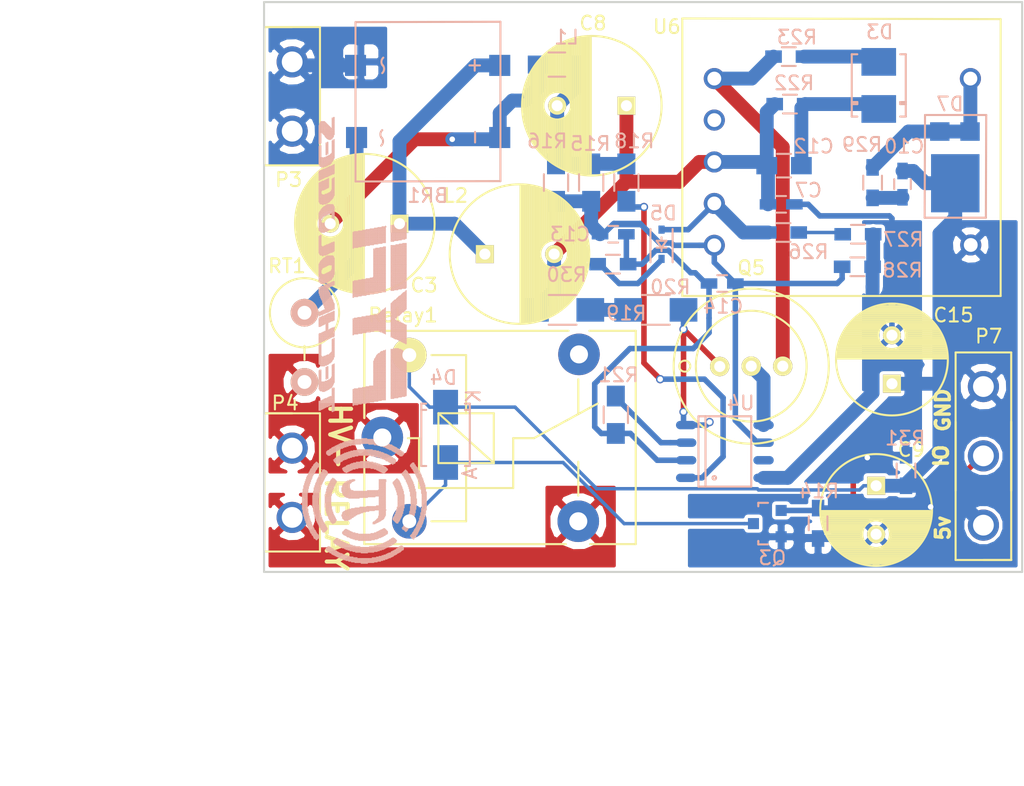
<source format=kicad_pcb>
(kicad_pcb (version 20160815) (host pcbnew 201610091317+7290~55~ubuntu16.04.1-)
  (title_block (title "Liger v0.2") (date 2016-09-21) (company PYFI))
  (layers (0 F.Cu signal) (31 B.Cu signal) (34 B.Paste user) (35 F.Paste user) (36 B.SilkS user) (37 F.SilkS user) (38 B.Mask user) (39 F.Mask user) (44 Edge.Cuts user))
  (net 0 "")
  (net 1 "Net-(BR1-Pad2)")
  (net 2 "Net-(BR1-Pad3)")
  (net 3 "Net-(BR1-Pad1)")
  (net 4 GND)
  (net 5 +5V)
  (net 6 "Net-(C12-Pad2)")
  (net 7 "Net-(C8-Pad2)")
  (net 8 "Net-(C10-Pad2)")
  (net 9 "Net-(C12-Pad1)")
  (net 10 "Net-(C13-Pad1)")
  (net 11 "Net-(C13-Pad2)")
  (net 12 "Net-(D3-Pad2)")
  (net 13 "Net-(D4-Pad2)")
  (net 14 "Net-(D5-Pad1)")
  (net 15 "Net-(D5-Pad2)")
  (net 16 IO15)
  (net 17 "Net-(Q5-Pad1)")
  (net 18 "Net-(Q5-Pad2)")
  (net 19 "Net-(Q5-Pad3)")
  (net 20 "Net-(R18-Pad2)")
  (net 21 "Net-(R19-Pad2)")
  (net 22 "Net-(R21-Pad1)")
  (net 23 "Net-(R26-Pad2)")
  (net 24 "Net-(R27-Pad2)")
  (net 25 "Net-(Relay1-Pad4)")
  (net 26 "Net-(U6-Pad4)")
  (net 27 "Net-(D7-Pad2)")
  (net 28 HV+)
  (net 29 HV-)
  (net 30 RELAY)
  (module Capacitors_ThroughHole:C_Radial_D8_L11.5_P3.5 (layer F.Cu) (at 133.096 117.602 90)
    (fp_text reference C15 (at 4.953 4.445 180) (layer F.SilkS))
    (fp_text value 560uF)
    (pad 2 thru_hole circle (at 3.5 0 90) (size 1.3 1.3) (drill 0.8) (layers *.Cu *.Mask F.SilkS) (net 4 GND))
    (pad 1 thru_hole rect (at 0 0 90) (size 1.3 1.3) (drill 0.8) (layers *.Cu *.Mask F.SilkS) (net 5 +5V))
  )
  (module Resistors_ThroughHole:Resistor_Vertical_RM5mm (layer F.Cu) (at 90.678 114.9731 270)
    (fp_text reference RT1 (at -5.8801 1.27 180) (layer F.SilkS))
    (fp_text value 5)
    (pad 1 thru_hole circle (at -2.49936 0 270) (size 1.99898 1.99898) (drill 1.00076) (layers *.Cu *.SilkS *.Mask) (net 2 "Net-(BR1-Pad3)"))
    (pad 2 thru_hole circle (at 2.5019 0 270) (size 1.99898 1.99898) (drill 1.00076) (layers *.Cu *.SilkS *.Mask) (net 29 HV-))
  )
  (module footprints:LOGO (layer B.Cu) (at 112.649 143.891 90)
    (fp_text reference LOGO hide)
    (fp_text value "" (at 0 0 90) (layer B.SilkS) (effects (justify mirror)))
  )
  (module footprints:pheonix-connector-01x02-5mm (layer F.Cu) (at 89.789 94.361 270)
    (fp_text reference P3 (at 8.509 0.254) (layer F.SilkS))
    (fp_text value CONN_01X02)
    (pad 1 thru_hole circle (at 0 0 270) (size 2.25 2.25) (drill 1.5) (layers *.Cu *.Mask) (net 28 HV+))
    (pad 2 thru_hole circle (at 5.0038 0 270) (size 2.25 2.25) (drill 1.5) (layers *.Cu *.Mask) (net 28 HV+))
  )
  (module Relays_ThroughHole:Relay_SANYOU_SRD_Series_Form_C (layer F.Cu) (at 96.2972 121.4819)
    (fp_text reference Relay1 (at 1.4928 -8.8329) (layer F.SilkS))
    (fp_text value ORWH-SH-105D1F)
    (pad 2 thru_hole circle (at 1.95 6.05 90) (size 2.5 2.5) (drill 1) (layers *.Cu *.Mask) (net 13 "Net-(D4-Pad2)"))
    (pad 3 thru_hole circle (at 14.15 6.05 90) (size 3 3) (drill 1.3) (layers *.Cu *.Mask) (net 30 RELAY))
    (pad 4 thru_hole circle (at 14.2 -6 90) (size 3 3) (drill 1.3) (layers *.Cu *.Mask) (net 25 "Net-(Relay1-Pad4)"))
    (pad 5 thru_hole circle (at 1.95 -5.95 90) (size 2.5 2.5) (drill 1) (layers *.Cu *.Mask F.SilkS) (net 5 +5V))
    (pad 1 thru_hole circle (at 0 0 90) (size 3 3) (drill 1.3) (layers *.Cu *.Mask) (net 29 HV-))
  )
  (module Capacitors_ThroughHole:C_Radial_D10_L13_P5 (layer F.Cu) (at 103.70184 108.23956)
    (fp_text reference L2 (at -2.10184 -4.22656) (layer F.SilkS))
    (fp_text value 470uH)
    (pad 1 thru_hole rect (at 0 0) (size 1.3 1.3) (drill 0.8) (layers *.Cu *.Mask F.SilkS) (net 3 "Net-(BR1-Pad1)"))
    (pad 2 thru_hole circle (at 5 0) (size 1.3 1.3) (drill 0.8) (layers *.Cu *.Mask F.SilkS) (net 6 "Net-(C12-Pad2)"))
  )
  (module Capacitors_ThroughHole:C_Radial_D10_L13_P5 (layer F.Cu) (at 97.536 106.045 180)
    (fp_text reference C3 (at -1.778 -4.445) (layer F.SilkS))
    (fp_text value 12uF)
    (pad 1 thru_hole rect (at 0 0 180) (size 1.3 1.3) (drill 0.8) (layers *.Cu *.Mask F.SilkS) (net 3 "Net-(BR1-Pad1)"))
    (pad 2 thru_hole circle (at 5 0 180) (size 1.3 1.3) (drill 0.8) (layers *.Cu *.Mask F.SilkS) (net 1 "Net-(BR1-Pad2)"))
  )
  (module Capacitors_SMD:C_0603_HandSoldering (layer B.Cu) (at 125.0975 104.648)
    (fp_text reference C7 (at 1.966 -1.016) (layer B.SilkS) (effects (justify mirror)))
    (fp_text value 100pF)
    (pad 1 smd rect (at -0.95 0) (size 1.2 0.75) (layers B.Cu B.Paste B.Mask) (net 6 "Net-(C12-Pad2)"))
    (pad 2 smd rect (at 0.95 0) (size 1.2 0.75) (layers B.Cu B.Paste B.Mask) (net 4 GND))
  )
  (module Capacitors_ThroughHole:C_Radial_D10_L13_P5 (layer F.Cu) (at 113.92408 97.52584 180)
    (fp_text reference C8 (at 2.41808 5.95884 180) (layer F.SilkS))
    (fp_text value 12uF)
    (pad 1 thru_hole rect (at 0 0 180) (size 1.3 1.3) (drill 0.8) (layers *.Cu *.Mask F.SilkS) (net 6 "Net-(C12-Pad2)"))
    (pad 2 thru_hole circle (at 5 0 180) (size 1.3 1.3) (drill 0.8) (layers *.Cu *.Mask F.SilkS) (net 7 "Net-(C8-Pad2)"))
  )
  (module Capacitors_ThroughHole:C_Radial_D8_L11.5_P3.5 (layer F.Cu) (at 131.953 124.968 270)
    (fp_text reference C9 (at -2.6035 -2.54) (layer F.SilkS))
    (fp_text value 560uF)
    (pad 2 thru_hole circle (at 3.5 0 270) (size 1.3 1.3) (drill 0.8) (layers *.Cu *.Mask F.SilkS) (net 4 GND))
    (pad 1 thru_hole rect (at 0 0 270) (size 1.3 1.3) (drill 0.8) (layers *.Cu *.Mask F.SilkS) (net 5 +5V))
  )
  (module Capacitors_SMD:C_0603_HandSoldering (layer B.Cu) (at 133.858 103.19 270)
    (fp_text reference C10 (at -2.733 -0.127) (layer B.SilkS) (effects (justify mirror)))
    (fp_text value 1000pF)
    (pad 1 smd rect (at -0.95 0 270) (size 1.2 0.75) (layers B.Cu B.Paste B.Mask) (net 5 +5V))
    (pad 2 smd rect (at 0.95 0 270) (size 1.2 0.75) (layers B.Cu B.Paste B.Mask) (net 8 "Net-(C10-Pad2)"))
  )
  (module Capacitors_SMD:C_0805_HandSoldering (layer B.Cu) (at 125.3055 101.854 180)
    (fp_text reference C12 (at -2.139 1.397 180) (layer B.SilkS) (effects (justify mirror)))
    (fp_text value 330pF)
    (pad 1 smd rect (at -1.25 0 180) (size 1.5 1.25) (layers B.Cu B.Paste B.Mask) (net 9 "Net-(C12-Pad1)"))
    (pad 2 smd rect (at 1.25 0 180) (size 1.5 1.25) (layers B.Cu B.Paste B.Mask) (net 6 "Net-(C12-Pad2)"))
  )
  (module Capacitors_SMD:C_0603_HandSoldering (layer B.Cu) (at 112.969 106.807 180)
    (fp_text reference C13 (at 3.114 0) (layer B.SilkS) (effects (justify mirror)))
    (fp_text value 2.2uF)
    (pad 1 smd rect (at -0.95 0 180) (size 1.2 0.75) (layers B.Cu B.Paste B.Mask) (net 10 "Net-(C13-Pad1)"))
    (pad 2 smd rect (at 0.95 0 180) (size 1.2 0.75) (layers B.Cu B.Paste B.Mask) (net 11 "Net-(C13-Pad2)"))
  )
  (module Capacitors_SMD:C_0603_HandSoldering (layer B.Cu) (at 120.838 110.363)
    (fp_text reference C14 (at 0.066 1.651) (layer B.SilkS) (effects (justify mirror)))
    (fp_text value 2.2uF)
    (pad 1 smd rect (at -0.95 0) (size 1.2 0.75) (layers B.Cu B.Paste B.Mask) (net 10 "Net-(C13-Pad1)"))
    (pad 2 smd rect (at 0.95 0) (size 1.2 0.75) (layers B.Cu B.Paste B.Mask) (net 11 "Net-(C13-Pad2)"))
  )
  (module Diodes_SMD:DO-214BA (layer B.Cu) (at 132.1435 96.061 90)
    (fp_text reference D3 (at 3.859 0.0635 180) (layer B.SilkS) (effects (justify mirror)))
    (fp_text value D)
    (pad 2 smd rect (at 1.7 0 90) (size 2 2.5) (layers B.Cu B.Paste B.Mask) (net 12 "Net-(D3-Pad2)"))
    (pad 1 smd rect (at -1.7 0 90) (size 2 2.5) (layers B.Cu B.Paste B.Mask) (net 9 "Net-(C12-Pad1)"))
  )
  (module Diodes_SMD:SMA_Standard (layer B.Cu) (at 100.8634 121.29008 270)
    (fp_text reference D4 (at -4.13258 0.1524 180) (layer B.SilkS) (effects (justify mirror)))
    (fp_text value D)
    (fp_text user K (at -2.79908 -2.0066 270) (layer B.SilkS) (effects (justify mirror)))
    (fp_text user A (at 2.78892 -1.7526 270) (layer B.SilkS) (effects (justify mirror)))
    (pad 1 smd rect (at -1.99898 0 270) (size 2.49936 1.80086) (layers B.Cu B.Paste B.Mask) (net 5 +5V))
    (pad 2 smd rect (at 1.99898 0 270) (size 2.49936 1.80086) (layers B.Cu B.Paste B.Mask) (net 13 "Net-(D4-Pad2)"))
  )
  (module Diodes_SMD:SOD-323 (layer B.Cu) (at 116.459 107.53 90)
    (fp_text reference D5 (at 2.247 0.127 180) (layer B.SilkS) (effects (justify mirror)))
    (fp_text value D)
    (pad 1 smd rect (at -1.055 0 90) (size 0.59 0.45) (layers B.Cu B.Paste B.Mask) (net 14 "Net-(D5-Pad1)"))
    (pad 2 smd rect (at 1.055 0 90) (size 0.59 0.45) (layers B.Cu B.Paste B.Mask) (net 15 "Net-(D5-Pad2)"))
  )
  (module footprints:PMEG45A10EPDAZ-Schottky (layer B.Cu) (at 139.8778 105.6132 180)
    (fp_text reference D7 (at 2.5908 8.2042 180) (layer B.SilkS) (effects (justify mirror)))
    (fp_text value D)
    (pad 2 smd rect (at 3.3274 6.223 180) (size 1.4 1.34) (layers B.Cu B.Paste B.Mask) (net 27 "Net-(D7-Pad2)"))
    (pad 2 smd rect (at 1.143 6.223 180) (size 1.4 1.34) (layers B.Cu B.Paste B.Mask) (net 27 "Net-(D7-Pad2)"))
    (pad 1 smd rect (at 2.2098 2.4892 180) (size 3.5 4.2) (layers B.Cu B.Paste B.Mask) (net 5 +5V))
  )
  (module Resistors_SMD:R_0805_HandSoldering (layer B.Cu) (at 108.90124 94.55658)
    (fp_text reference L1 (at 0.69976 -1.97358) (layer B.SilkS) (effects (justify mirror)))
    (fp_text value BEAD)
    (pad 1 smd rect (at -1.35 0) (size 1.5 1.3) (layers B.Cu B.Paste B.Mask) (net 1 "Net-(BR1-Pad2)"))
    (pad 2 smd rect (at 1.35 0) (size 1.5 1.3) (layers B.Cu B.Paste B.Mask) (net 7 "Net-(C8-Pad2)"))
  )
  (module footprints:pheonix-connector-01x02-5mm (layer F.Cu) (at 89.789 122.2502 270)
    (fp_text reference P4 (at -3.2512 0.508 180) (layer F.SilkS))
    (fp_text value CONN_01X02)
    (pad 1 thru_hole circle (at 0 0 270) (size 2.25 2.25) (drill 1.5) (layers *.Cu *.Mask) (net 29 HV-))
    (pad 2 thru_hole circle (at 5.0038 0 270) (size 2.25 2.25) (drill 1.5) (layers *.Cu *.Mask) (net 30 RELAY))
  )
  (module TO_SOT_Packages_SMD:SOT-23 (layer B.Cu) (at 124.09424 127.701 270)
    (fp_text reference Q3 (at 2.474 -0.36576) (layer B.SilkS) (effects (justify mirror)))
    (fp_text value Q_NPN_BEC)
    (pad 1 smd rect (at -0.95 -1.00076 270) (size 0.8001 0.8001) (layers B.Cu B.Paste B.Mask) (net 16 IO15))
    (pad 2 smd rect (at 0.95 -1.00076 270) (size 0.8001 0.8001) (layers B.Cu B.Paste B.Mask) (net 4 GND))
    (pad 3 smd rect (at 0 0.99822 270) (size 0.8001 0.8001) (layers B.Cu B.Paste B.Mask) (net 13 "Net-(D4-Pad2)"))
  )
  (module Resistors_SMD:R_0603_HandSoldering (layer B.Cu) (at 127.762 127.678 270)
    (fp_text reference R14 (at -2.329 -0.0635) (layer B.SilkS) (effects (justify mirror)))
    (fp_text value 1K)
    (pad 1 smd rect (at -1.1 0 270) (size 1.2 0.9) (layers B.Cu B.Paste B.Mask) (net 16 IO15))
    (pad 2 smd rect (at 1.1 0 270) (size 1.2 0.9) (layers B.Cu B.Paste B.Mask) (net 4 GND))
  )
  (module Resistors_SMD:R_0805_HandSoldering (layer B.Cu) (at 111.379 103.077 90)
    (fp_text reference R15 (at 2.8105 -0.0635) (layer B.SilkS) (effects (justify mirror)))
    (fp_text value 0.82)
    (pad 1 smd rect (at -1.35 0 90) (size 1.5 1.3) (layers B.Cu B.Paste B.Mask) (net 11 "Net-(C13-Pad2)"))
    (pad 2 smd rect (at 1.35 0 90) (size 1.5 1.3) (layers B.Cu B.Paste B.Mask) (net 7 "Net-(C8-Pad2)"))
  )
  (module Resistors_SMD:R_0805_HandSoldering (layer B.Cu) (at 108.839 103.077 90)
    (fp_text reference R16 (at 3.001 -0.635) (layer B.SilkS) (effects (justify mirror)))
    (fp_text value 0.91)
    (pad 1 smd rect (at -1.35 0 90) (size 1.5 1.3) (layers B.Cu B.Paste B.Mask) (net 11 "Net-(C13-Pad2)"))
    (pad 2 smd rect (at 1.35 0 90) (size 1.5 1.3) (layers B.Cu B.Paste B.Mask) (net 7 "Net-(C8-Pad2)"))
  )
  (module Resistors_SMD:R_0805_HandSoldering (layer B.Cu) (at 113.919 103.077 270)
    (fp_text reference R18 (at -3.001 -0.5715) (layer B.SilkS) (effects (justify mirror)))
    (fp_text value 270)
    (pad 1 smd rect (at -1.35 0 270) (size 1.5 1.3) (layers B.Cu B.Paste B.Mask) (net 7 "Net-(C8-Pad2)"))
    (pad 2 smd rect (at 1.35 0 270) (size 1.5 1.3) (layers B.Cu B.Paste B.Mask) (net 20 "Net-(R18-Pad2)"))
  )
  (module Resistors_SMD:R_1206_HandSoldering (layer B.Cu) (at 109.315 112.268)
    (fp_text reference R19 (at 4.60096 0.2413) (layer B.SilkS) (effects (justify mirror)))
    (fp_text value 27M)
    (pad 1 smd rect (at -2 0) (size 2 1.7) (layers B.Cu B.Paste B.Mask) (net 6 "Net-(C12-Pad2)"))
    (pad 2 smd rect (at 2 0) (size 2 1.7) (layers B.Cu B.Paste B.Mask) (net 21 "Net-(R19-Pad2)"))
  )
  (module Resistors_SMD:R_1206_HandSoldering (layer B.Cu) (at 116.046 112.268)
    (fp_text reference R20 (at 1.048 -1.651) (layer B.SilkS) (effects (justify mirror)))
    (fp_text value 27M)
    (pad 1 smd rect (at -2 0) (size 2 1.7) (layers B.Cu B.Paste B.Mask) (net 21 "Net-(R19-Pad2)"))
    (pad 2 smd rect (at 2 0) (size 2 1.7) (layers B.Cu B.Paste B.Mask) (net 17 "Net-(Q5-Pad1)"))
  )
  (module Resistors_SMD:R_0805_HandSoldering (layer B.Cu) (at 113.157 119.841 270)
    (fp_text reference R21 (at -2.874 -0.1905) (layer B.SilkS) (effects (justify mirror)))
    (fp_text value 270)
    (pad 1 smd rect (at -1.35 0 270) (size 1.5 1.3) (layers B.Cu B.Paste B.Mask) (net 22 "Net-(R21-Pad1)"))
    (pad 2 smd rect (at 1.35 0 270) (size 1.5 1.3) (layers B.Cu B.Paste B.Mask) (net 10 "Net-(C13-Pad1)"))
  )
  (module Resistors_SMD:R_0603_HandSoldering (layer B.Cu) (at 125.646 93.98 180)
    (fp_text reference R23 (at -0.592 1.397 180) (layer B.SilkS) (effects (justify mirror)))
    (fp_text value 300)
    (pad 1 smd rect (at -1.1 0 180) (size 1.2 0.9) (layers B.Cu B.Paste B.Mask) (net 12 "Net-(D3-Pad2)"))
    (pad 2 smd rect (at 1.1 0 180) (size 1.2 0.9) (layers B.Cu B.Paste B.Mask) (net 19 "Net-(Q5-Pad3)"))
  )
  (module Resistors_SMD:R_0603_HandSoldering (layer B.Cu) (at 125.265 106.68)
    (fp_text reference R26 (at 1.7985 1.397) (layer B.SilkS) (effects (justify mirror)))
    (fp_text value 9.1K)
    (pad 1 smd rect (at -1.1 0) (size 1.2 0.9) (layers B.Cu B.Paste B.Mask) (net 15 "Net-(D5-Pad2)"))
    (pad 2 smd rect (at 1.1 0) (size 1.2 0.9) (layers B.Cu B.Paste B.Mask) (net 23 "Net-(R26-Pad2)"))
  )
  (module Resistors_SMD:R_0603_HandSoldering (layer B.Cu) (at 130.64 106.807)
    (fp_text reference R27 (at 3.2815 0.381) (layer B.SilkS) (effects (justify mirror)))
    (fp_text value 620)
    (pad 1 smd rect (at -1.1 0) (size 1.2 0.9) (layers B.Cu B.Paste B.Mask) (net 23 "Net-(R26-Pad2)"))
    (pad 2 smd rect (at 1.1 0) (size 1.2 0.9) (layers B.Cu B.Paste B.Mask) (net 24 "Net-(R27-Pad2)"))
  )
  (module Resistors_SMD:R_0603_HandSoldering (layer B.Cu) (at 130.599 109.1565 180)
    (fp_text reference R28 (at -3.259 -0.254 180) (layer B.SilkS) (effects (justify mirror)))
    (fp_text value 3K)
    (pad 1 smd rect (at -1.1 0 180) (size 1.2 0.9) (layers B.Cu B.Paste B.Mask) (net 24 "Net-(R27-Pad2)"))
    (pad 2 smd rect (at 1.1 0 180) (size 1.2 0.9) (layers B.Cu B.Paste B.Mask) (net 11 "Net-(C13-Pad2)"))
  )
  (module Resistors_SMD:R_0603_HandSoldering (layer B.Cu) (at 131.699 103.081 90)
    (fp_text reference R29 (at 2.751 -0.762 -180) (layer B.SilkS) (effects (justify mirror)))
    (fp_text value 4.7)
    (pad 1 smd rect (at -1.1 0 90) (size 1.2 0.9) (layers B.Cu B.Paste B.Mask) (net 8 "Net-(C10-Pad2)"))
    (pad 2 smd rect (at 1.1 0 90) (size 1.2 0.9) (layers B.Cu B.Paste B.Mask) (net 27 "Net-(D7-Pad2)"))
  )
  (module Resistors_SMD:R_0603_HandSoldering (layer B.Cu) (at 112.946 108.966)
    (fp_text reference R30 (at -3.345 0.762) (layer B.SilkS) (effects (justify mirror)))
    (fp_text value 1)
    (pad 1 smd rect (at -1.1 0) (size 1.2 0.9) (layers B.Cu B.Paste B.Mask) (net 14 "Net-(D5-Pad1)"))
    (pad 2 smd rect (at 1.1 0) (size 1.2 0.9) (layers B.Cu B.Paste B.Mask) (net 10 "Net-(C13-Pad1)"))
  )
  (module Resistors_SMD:R_0603_HandSoldering (layer B.Cu) (at 134.112 123.868 270)
    (fp_text reference R31 (at -2.329 0.0635) (layer B.SilkS) (effects (justify mirror)))
    (fp_text value 5.1K)
    (pad 1 smd rect (at -1.1 0 270) (size 1.2 0.9) (layers B.Cu B.Paste B.Mask) (net 4 GND))
    (pad 2 smd rect (at 1.1 0 270) (size 1.2 0.9) (layers B.Cu B.Paste B.Mask) (net 5 +5V))
  )
  (module Power_Integrations:SO-8 (layer B.Cu) (at 121.031 122.4915 90)
    (fp_text reference U4 (at 3.4925 1.143 180) (layer B.SilkS) (effects (justify mirror)))
    (fp_text value LNK4023D)
    (pad 1 smd oval (at -1.905 -2.794 90) (size 0.6096 1.4732) (layers B.Cu B.Paste B.Mask) (net 20 "Net-(R18-Pad2)"))
    (pad 2 smd oval (at -0.635 -2.794 90) (size 0.6096 1.4732) (layers B.Cu B.Paste B.Mask) (net 10 "Net-(C13-Pad1)"))
    (pad 3 smd oval (at 0.635 -2.794 90) (size 0.6096 1.4732) (layers B.Cu B.Paste B.Mask) (net 22 "Net-(R21-Pad1)"))
    (pad 4 smd oval (at 1.905 -2.794 90) (size 0.6096 1.4732) (layers B.Cu B.Paste B.Mask) (net 17 "Net-(Q5-Pad1)"))
    (pad 5 smd oval (at 1.905 2.794 90) (size 0.6096 1.4732) (layers B.Cu B.Paste B.Mask) (net 18 "Net-(Q5-Pad2)"))
    (pad 6 smd oval (at 0.635 2.794 90) (size 0.6096 1.4732) (layers B.Cu B.Paste B.Mask) (net 11 "Net-(C13-Pad2)"))
    (pad 7 smd oval (at -0.635 2.794 90) (size 0.6096 1.4732) (layers B.Cu B.Paste B.Mask))
    (pad 8 smd oval (at -1.905 2.794 90) (size 0.6096 1.4732) (layers B.Cu B.Paste B.Mask) (net 24 "Net-(R27-Pad2)"))
  )
  (module footprints:PNK-40230 (layer F.Cu) (at 117.9576 111.3409)
    (fp_text reference U6 (at -1.1176 -19.5199 180) (layer F.SilkS))
    (fp_text value EPC1716D)
    (pad 1 thru_hole circle (at 2.3114 -3.7338 90) (size 1.524 1.524) (drill 1) (layers *.Cu *.Mask) (net 11 "Net-(C13-Pad2)"))
    (pad 2 thru_hole circle (at 2.3114 -6.7564 90) (size 1.524 1.524) (drill 1) (layers *.Cu *.Mask) (net 15 "Net-(D5-Pad2)"))
    (pad 3 thru_hole circle (at 2.3114 -9.7536 90) (size 1.524 1.524) (drill 1) (layers *.Cu *.Mask) (net 6 "Net-(C12-Pad2)"))
    (pad 4 thru_hole circle (at 2.3114 -12.7762 90) (size 1.524 1.524) (drill 1) (layers *.Cu *.Mask) (net 26 "Net-(U6-Pad4)"))
    (pad 5 thru_hole circle (at 2.3114 -15.7734 90) (size 1.524 1.524) (drill 1) (layers *.Cu *.Mask) (net 19 "Net-(Q5-Pad3)"))
    (pad 6 thru_hole circle (at 20.828 -3.7592 90) (size 1.524 1.524) (drill 1) (layers *.Cu *.Mask) (net 4 GND))
    (pad 7 thru_hole circle (at 20.8026 -15.7734 90) (size 1.524 1.524) (drill 1) (layers *.Cu *.Mask) (net 27 "Net-(D7-Pad2)"))
  )
  (module footprints:APT13005SU-G1 (layer F.Cu) (at 122.936 116.332)
    (fp_text reference Q5 (at 0 -7.1) (layer F.SilkS))
    (fp_text value Q_NPN_BEC)
    (pad 2 thru_hole circle (at 0 0) (size 1.4 1.4) (drill 0.8) (layers *.Cu *.Mask F.SilkS) (net 18 "Net-(Q5-Pad2)"))
    (pad 1 thru_hole circle (at -2.275 0.025) (size 1.4 1.4) (drill 0.8) (layers *.Cu *.Mask F.SilkS) (net 17 "Net-(Q5-Pad1)"))
    (pad 3 thru_hole circle (at 2.275 0) (size 1.4 1.4) (drill 0.8) (layers *.Cu *.Mask F.SilkS) (net 19 "Net-(Q5-Pad3)"))
  )
  (module footprints:DF005S (layer B.Cu) (at 104.775 94.615 270)
    (fp_text reference BR1 (at 9.398 5.207) (layer B.SilkS) (effects (justify mirror)))
    (fp_text value DF08S)
    (fp_text user - (at 5.1816 1.8542 270) (layer B.SilkS) (effects (justify mirror)))
    (fp_text user + (at 0 1.8796 270) (layer B.SilkS) (effects (justify mirror)))
    (pad 1 smd rect (at 0 0 270) (size 1.524 1.524) (layers B.Cu B.Paste B.Mask) (net 3 "Net-(BR1-Pad1)"))
    (pad 2 smd rect (at 5.207 0 270) (size 1.524 1.524) (layers B.Cu B.Paste B.Mask) (net 1 "Net-(BR1-Pad2)"))
    (pad 3 smd rect (at 5.207 10.3378 270) (size 1.524 1.524) (layers B.Cu B.Paste B.Mask) (net 2 "Net-(BR1-Pad3)"))
    (pad 4 smd rect (at 0 10.414 270) (size 1.524 1.524) (layers B.Cu B.Paste B.Mask) (net 28 HV+))
  )
  (module footprints:pheonix-connector-01x03-5mm (layer F.Cu) (at 139.7 127.8128 90)
    (fp_text reference P7 (at 13.6398 0.381 180) (layer F.SilkS))
    (fp_text value CONN_01X03)
    (pad 2 thru_hole circle (at 5.0038 0 90) (size 2.25 2.25) (drill 1.5) (layers *.Cu *.Mask) (net 16 IO15))
    (pad 1 thru_hole circle (at 0 0 90) (size 2.25 2.25) (drill 1.5) (layers *.Cu *.Mask) (net 5 +5V))
    (pad 3 thru_hole circle (at 10.0076 0 90) (size 2.25 2.25) (drill 1.5) (layers *.Cu *.Mask) (net 4 GND))
  )
  (module Resistors_SMD:R_0603_HandSoldering (layer B.Cu) (at 125.73 97.409)
    (fp_text reference R22 (at 0.297 -1.524) (layer B.SilkS) (effects (justify mirror)))
    (fp_text value 470K)
    (pad 2 smd rect (at 1.1 0) (size 1.2 0.9) (layers B.Cu B.Paste B.Mask) (net 9 "Net-(C12-Pad1)"))
    (pad 1 smd rect (at -1.1 0) (size 1.2 0.9) (layers B.Cu B.Paste B.Mask) (net 6 "Net-(C12-Pad2)"))
  )
  (gr_text GND (at 136.779 119.507 90) (layer F.SilkS) (effects (font (size 1 1) (thickness 0.25))))
  (gr_text IO (at 136.652 122.809 90) (layer F.SilkS) (effects (font (size 1 1) (thickness 0.25))))
  (gr_text 5v (at 136.779 128.016 90) (layer F.SilkS) (effects (font (size 1 1) (thickness 0.25))))
  (gr_text RELAY (at 92.964 127.762 270) (layer F.SilkS) (effects (font (size 1.5 1.5) (thickness 0.3))))
  (gr_text HV- (at 93.218 121.412 270) (layer F.SilkS) (effects (font (size 1.5 1.5) (thickness 0.3))))
  (gr_line (start 142.494 131.191) (end 142.494 90.043) (layer Edge.Cuts) (width 0.15))
  (gr_line (start 87.757 90.038101) (end 87.757 131.191) (layer Edge.Cuts) (width 0.15))
  (gr_line (start 142.494 90.043) (end 87.757 90.043) (layer Edge.Cuts) (width 0.15))
  (gr_line (start 87.757 131.191) (end 142.494 131.191) (layer Edge.Cuts) (width 0.15))
  (segment (start 106.60282 97.155) (end 105.68 97.155) (width 1) (layer B.Cu) (net 1))
  (segment (start 105.68 97.155) (end 104.775 98.06) (width 1) (layer B.Cu) (net 1))
  (segment (start 104.775 98.06) (end 104.775 99.822) (width 1) (layer B.Cu) (net 1))
  (segment (start 107.55124 94.55658) (end 107.55124 96.20658) (width 1) (layer B.Cu) (net 1))
  (segment (start 107.55124 96.20658) (end 106.60282 97.155) (width 1) (layer B.Cu) (net 1))
  (segment (start 101.346 99.949) (end 104.648 99.949) (width 1) (layer B.Cu) (net 1))
  (segment (start 104.648 99.949) (end 104.775 99.822) (width 1) (layer B.Cu) (net 1))
  (segment (start 92.536 106.045) (end 98.632 99.949) (width 1) (layer F.Cu) (net 1))
  (segment (start 98.632 99.949) (end 101.346 99.949) (width 1) (layer F.Cu) (net 1))
  (via (at 101.346 99.949) (size 0.6) (drill 0.4) (layers F.Cu B.Cu) (net 1))
  (segment (start 94.4372 99.822) (end 94.4372 108.71454) (width 1) (layer B.Cu) (net 2))
  (segment (start 94.4372 108.71454) (end 90.678 112.47374) (width 1) (layer B.Cu) (net 2))
  (segment (start 97.536 106.045) (end 101.50728 106.045) (width 1) (layer B.Cu) (net 3))
  (segment (start 101.50728 106.045) (end 103.70184 108.23956) (width 1) (layer B.Cu) (net 3))
  (segment (start 104.775 94.615) (end 103.013 94.615) (width 1) (layer B.Cu) (net 3))
  (segment (start 103.013 94.615) (end 97.536 100.092) (width 1) (layer B.Cu) (net 3))
  (segment (start 97.536 100.092) (end 97.536 106.045) (width 1) (layer B.Cu) (net 3))
  (segment (start 131.318 122.936) (end 133.944 122.936) (width 0.4) (layer B.Cu) (net 4))
  (segment (start 133.944 122.936) (end 134.112 122.768) (width 0.4) (layer B.Cu) (net 4))
  (segment (start 130.302 126.817) (end 130.302 123.952) (width 0.4) (layer F.Cu) (net 4))
  (segment (start 130.302 123.952) (end 131.318 122.936) (width 0.4) (layer F.Cu) (net 4))
  (via (at 131.318 122.936) (size 0.6) (drill 0.4) (layers F.Cu B.Cu) (net 4))
  (segment (start 131.953 128.468) (end 130.302 126.817) (width 0.4) (layer F.Cu) (net 4))
  (segment (start 132.913001 105.481001) (end 133.096 105.664) (width 0.4) (layer B.Cu) (net 4))
  (segment (start 133.096 105.664) (end 133.096 114.102) (width 0.4) (layer B.Cu) (net 4))
  (segment (start 125.095 128.651) (end 127.635 128.651) (width 0.4) (layer B.Cu) (net 4))
  (segment (start 127.635 128.651) (end 127.762 128.778) (width 0.4) (layer B.Cu) (net 4))
  (segment (start 138.7094 107.5055) (end 138.7856 107.5817) (width 0.4) (layer F.Cu) (net 4))
  (segment (start 126.0475 104.648) (end 127.0475 104.648) (width 0.4) (layer B.Cu) (net 4))
  (segment (start 127.0475 104.648) (end 127.880501 105.481001) (width 0.4) (layer B.Cu) (net 4))
  (segment (start 127.880501 105.481001) (end 132.913001 105.481001) (width 0.4) (layer B.Cu) (net 4))
  (segment (start 133.096 117.602) (end 136.398 117.602) (width 1) (layer B.Cu) (net 5))
  (segment (start 136.398 117.602) (end 136.525 117.475) (width 1) (layer B.Cu) (net 5))
  (segment (start 134.112 124.968) (end 136.8552 124.968) (width 1) (layer B.Cu) (net 5))
  (segment (start 136.8552 124.968) (end 139.7 127.8128) (width 1) (layer B.Cu) (net 5))
  (segment (start 136.525 106.767) (end 136.525 117.475) (width 1) (layer B.Cu) (net 5))
  (segment (start 136.525 117.475) (end 136.525 122.405) (width 1) (layer B.Cu) (net 5))
  (segment (start 136.525 122.405) (end 134.112 124.818) (width 1) (layer B.Cu) (net 5))
  (segment (start 134.112 124.818) (end 134.112 124.968) (width 0.4) (layer B.Cu) (net 5))
  (segment (start 137.668 103.124) (end 137.668 105.624) (width 1) (layer B.Cu) (net 5))
  (segment (start 137.668 105.624) (end 136.525 106.767) (width 1) (layer B.Cu) (net 5))
  (segment (start 130.749489 125.271511) (end 131.053 124.968) (width 0.25) (layer B.Cu) (net 5))
  (segment (start 131.053 124.968) (end 131.953 124.968) (width 0.25) (layer B.Cu) (net 5))
  (segment (start 123.462559 125.271511) (end 130.749489 125.271511) (width 0.25) (layer B.Cu) (net 5))
  (segment (start 123.372368 125.18132) (end 123.462559 125.271511) (width 0.25) (layer B.Cu) (net 5))
  (segment (start 111.771966 125.18132) (end 123.372368 125.18132) (width 0.25) (layer B.Cu) (net 5))
  (segment (start 105.881747 119.2911) (end 111.771966 125.18132) (width 0.25) (layer B.Cu) (net 5))
  (segment (start 100.8634 119.2911) (end 105.881747 119.2911) (width 0.25) (layer B.Cu) (net 5))
  (segment (start 131.953 124.968) (end 134.112 124.968) (width 1) (layer B.Cu) (net 5))
  (segment (start 137.668 103.124) (end 135.518 103.124) (width 1) (layer B.Cu) (net 5))
  (segment (start 135.518 103.124) (end 134.634 102.24) (width 1) (layer B.Cu) (net 5))
  (segment (start 134.634 102.24) (end 134.633 102.24) (width 0.4) (layer B.Cu) (net 5))
  (segment (start 134.633 102.24) (end 133.858 102.24) (width 1) (layer B.Cu) (net 5))
  (segment (start 100.8634 119.2911) (end 99.71297 119.2911) (width 0.25) (layer B.Cu) (net 5))
  (segment (start 99.71297 119.2911) (end 98.2472 117.82533) (width 0.25) (layer B.Cu) (net 5))
  (segment (start 98.2472 117.82533) (end 98.2472 117.299666) (width 0.25) (layer B.Cu) (net 5))
  (segment (start 98.2472 117.299666) (end 98.2472 115.5319) (width 0.25) (layer B.Cu) (net 5))
  (segment (start 124.0555 101.854) (end 124.0555 97.9835) (width 1) (layer B.Cu) (net 6))
  (segment (start 124.0555 97.9835) (end 124.63 97.409) (width 1) (layer B.Cu) (net 6))
  (segment (start 108.70184 108.23956) (end 108.70184 110.88116) (width 1) (layer B.Cu) (net 6))
  (segment (start 108.70184 110.88116) (end 107.315 112.268) (width 1) (layer B.Cu) (net 6))
  (segment (start 120.269 101.5873) (end 119.19137 101.5873) (width 1) (layer F.Cu) (net 6))
  (segment (start 119.19137 101.5873) (end 117.76135 103.01732) (width 1) (layer F.Cu) (net 6))
  (segment (start 117.76135 103.01732) (end 113.92408 103.01732) (width 1) (layer F.Cu) (net 6))
  (segment (start 124.1475 104.648) (end 124.1475 101.946) (width 1) (layer B.Cu) (net 6))
  (segment (start 124.1475 101.946) (end 124.0555 101.854) (width 1) (layer B.Cu) (net 6))
  (segment (start 120.269 101.5873) (end 123.7888 101.5873) (width 1) (layer B.Cu) (net 6))
  (segment (start 123.7888 101.5873) (end 124.0555 101.854) (width 1) (layer B.Cu) (net 6))
  (segment (start 113.92408 97.52584) (end 113.92408 103.01732) (width 1) (layer F.Cu) (net 6))
  (segment (start 113.92408 103.01732) (end 108.70184 108.23956) (width 1) (layer F.Cu) (net 6))
  (segment (start 111.379 101.727) (end 113.919 101.727) (width 1) (layer B.Cu) (net 7))
  (segment (start 108.839 101.727) (end 111.379 101.727) (width 1) (layer B.Cu) (net 7))
  (segment (start 108.92408 97.52584) (end 108.92408 101.64192) (width 1) (layer B.Cu) (net 7))
  (segment (start 108.92408 101.64192) (end 108.839 101.727) (width 1) (layer B.Cu) (net 7))
  (segment (start 108.92408 97.52584) (end 110.25124 96.19868) (width 1) (layer B.Cu) (net 7))
  (segment (start 110.25124 96.19868) (end 110.25124 94.55658) (width 1) (layer B.Cu) (net 7))
  (segment (start 131.699 104.181) (end 133.817 104.181) (width 1) (layer B.Cu) (net 8))
  (segment (start 133.817 104.181) (end 133.858 104.14) (width 1) (layer B.Cu) (net 8))
  (segment (start 126.83 97.409) (end 131.7915 97.409) (width 1) (layer B.Cu) (net 9))
  (segment (start 131.7915 97.409) (end 132.1435 97.761) (width 1) (layer B.Cu) (net 9))
  (segment (start 126.5555 101.854) (end 126.5555 97.6835) (width 1) (layer B.Cu) (net 9))
  (segment (start 126.5555 97.6835) (end 126.83 97.409) (width 1) (layer B.Cu) (net 9))
  (segment (start 118.745 115.062) (end 119.888 113.919) (width 0.4) (layer B.Cu) (net 10))
  (segment (start 119.888 113.919) (end 119.888 112.861002) (width 0.4) (layer B.Cu) (net 10))
  (segment (start 114.173 115.062) (end 118.745 115.062) (width 0.4) (layer B.Cu) (net 10))
  (segment (start 111.633 117.602) (end 114.173 115.062) (width 0.4) (layer B.Cu) (net 10))
  (segment (start 111.633 120.717) (end 111.633 117.602) (width 0.4) (layer B.Cu) (net 10))
  (segment (start 113.157 121.191) (end 112.107 121.191) (width 0.4) (layer B.Cu) (net 10))
  (segment (start 112.107 121.191) (end 111.633 120.717) (width 0.4) (layer B.Cu) (net 10))
  (segment (start 119.888 110.363) (end 119.888 112.861002) (width 0.4) (layer B.Cu) (net 10))
  (segment (start 113.157 121.091) (end 113.157 121.191) (width 0.4) (layer B.Cu) (net 10))
  (segment (start 113.157 121.191) (end 114.207 121.191) (width 0.4) (layer B.Cu) (net 10))
  (segment (start 114.207 121.191) (end 116.1425 123.1265) (width 0.4) (layer B.Cu) (net 10))
  (segment (start 117.1004 123.1265) (end 118.237 123.1265) (width 0.4) (layer B.Cu) (net 10))
  (segment (start 116.1425 123.1265) (end 117.1004 123.1265) (width 0.4) (layer B.Cu) (net 10))
  (segment (start 119.663 110.363) (end 119.888 110.363) (width 0.4) (layer B.Cu) (net 10))
  (segment (start 118.888 109.588) (end 119.663 110.363) (width 0.4) (layer B.Cu) (net 10))
  (segment (start 118.567002 109.588) (end 118.888 109.588) (width 0.4) (layer B.Cu) (net 10))
  (segment (start 116.047001 107.964999) (end 116.944001 107.964999) (width 0.4) (layer B.Cu) (net 10))
  (segment (start 115.046 108.966) (end 116.047001 107.964999) (width 0.4) (layer B.Cu) (net 10))
  (segment (start 116.944001 107.964999) (end 118.567002 109.588) (width 0.4) (layer B.Cu) (net 10))
  (segment (start 114.046 108.966) (end 115.046 108.966) (width 0.4) (layer B.Cu) (net 10))
  (segment (start 113.919 106.807) (end 113.919 108.839) (width 0.4) (layer B.Cu) (net 10))
  (segment (start 113.919 108.839) (end 114.046 108.966) (width 0.4) (layer B.Cu) (net 10))
  (segment (start 123.825 121.8565) (end 123.3932 121.8565) (width 0.4) (layer B.Cu) (net 11))
  (segment (start 123.3932 121.8565) (end 121.788 120.2513) (width 0.4) (layer B.Cu) (net 11))
  (segment (start 121.788 120.2513) (end 121.788 111.138) (width 0.4) (layer B.Cu) (net 11))
  (segment (start 121.788 111.138) (end 121.788 110.363) (width 0.4) (layer B.Cu) (net 11))
  (segment (start 121.788 110.363) (end 129.1425 110.363) (width 0.4) (layer B.Cu) (net 11))
  (segment (start 129.1425 110.363) (end 129.499 110.0065) (width 0.4) (layer B.Cu) (net 11))
  (segment (start 129.499 110.0065) (end 129.499 109.1565) (width 0.4) (layer B.Cu) (net 11))
  (segment (start 120.269 107.6071) (end 120.269 108.844) (width 0.4) (layer B.Cu) (net 11))
  (segment (start 120.269 108.844) (end 121.788 110.363) (width 0.4) (layer B.Cu) (net 11))
  (segment (start 112.244 106.807) (end 113.019 106.032) (width 0.4) (layer B.Cu) (net 11))
  (segment (start 112.019 106.807) (end 112.244 106.807) (width 0.4) (layer B.Cu) (net 11))
  (segment (start 112.244 106.807) (end 112.944001 106.106999) (width 0.4) (layer B.Cu) (net 11))
  (segment (start 112.944001 106.106999) (end 114.985997 106.106999) (width 0.4) (layer B.Cu) (net 11))
  (segment (start 117.328579 107.6071) (end 119.19137 107.6071) (width 0.4) (layer B.Cu) (net 11))
  (segment (start 113.019 106.032) (end 114.910998 106.032) (width 0.4) (layer B.Cu) (net 11))
  (segment (start 114.910998 106.032) (end 116.318986 107.439988) (width 0.4) (layer B.Cu) (net 11))
  (segment (start 116.318986 107.439988) (end 117.161467 107.439988) (width 0.4) (layer B.Cu) (net 11))
  (segment (start 117.161467 107.439988) (end 117.328579 107.6071) (width 0.4) (layer B.Cu) (net 11))
  (segment (start 119.19137 107.6071) (end 120.269 107.6071) (width 0.4) (layer B.Cu) (net 11))
  (segment (start 111.379 104.427) (end 111.379 106.167) (width 1) (layer B.Cu) (net 11))
  (segment (start 111.379 106.167) (end 112.019 106.807) (width 1) (layer B.Cu) (net 11))
  (segment (start 108.839 104.427) (end 111.379 104.427) (width 1) (layer B.Cu) (net 11))
  (segment (start 126.746 93.98) (end 131.7625 93.98) (width 1) (layer B.Cu) (net 12))
  (segment (start 131.7625 93.98) (end 132.1435 94.361) (width 1) (layer B.Cu) (net 12))
  (segment (start 100.8634 123.28906) (end 109.349362 123.28906) (width 0.25) (layer B.Cu) (net 13))
  (segment (start 109.349362 123.28906) (end 113.761302 127.701) (width 0.25) (layer B.Cu) (net 13))
  (segment (start 113.761302 127.701) (end 122.44597 127.701) (width 0.25) (layer B.Cu) (net 13))
  (segment (start 122.44597 127.701) (end 123.09602 127.701) (width 0.25) (layer B.Cu) (net 13))
  (segment (start 100.8634 123.28906) (end 100.8634 123.63831) (width 0.25) (layer B.Cu) (net 13))
  (segment (start 100.8634 123.28906) (end 100.8634 124.9157) (width 0.25) (layer B.Cu) (net 13))
  (segment (start 100.8634 124.9157) (end 98.2472 127.5319) (width 0.25) (layer B.Cu) (net 13))
  (segment (start 114.751 110.363) (end 113.393 110.363) (width 0.4) (layer B.Cu) (net 14))
  (segment (start 113.393 110.363) (end 111.996 108.966) (width 0.4) (layer B.Cu) (net 14))
  (segment (start 111.996 108.966) (end 111.846 108.966) (width 0.4) (layer B.Cu) (net 14))
  (segment (start 116.459 108.585) (end 116.459 108.655) (width 0.4) (layer B.Cu) (net 14))
  (segment (start 116.459 108.655) (end 114.751 110.363) (width 0.4) (layer B.Cu) (net 14))
  (segment (start 116.459 106.475) (end 118.3785 106.475) (width 0.4) (layer B.Cu) (net 15))
  (segment (start 118.3785 106.475) (end 120.269 104.5845) (width 0.4) (layer B.Cu) (net 15))
  (segment (start 120.269 104.5845) (end 122.3645 106.68) (width 1) (layer B.Cu) (net 15))
  (segment (start 122.3645 106.68) (end 124.165 106.68) (width 1) (layer B.Cu) (net 15))
  (segment (start 135.89 126.492) (end 139.573 122.809) (width 0.4) (layer F.Cu) (net 16))
  (segment (start 139.573 122.809) (end 139.7 122.809) (width 0.4) (layer F.Cu) (net 16))
  (segment (start 127.762 126.578) (end 135.804 126.578) (width 0.4) (layer B.Cu) (net 16))
  (segment (start 135.804 126.578) (end 135.89 126.492) (width 0.4) (layer B.Cu) (net 16))
  (via (at 135.89 126.492) (size 0.6) (drill 0.4) (layers F.Cu B.Cu) (net 16))
  (segment (start 125.095 126.751) (end 127.589 126.751) (width 0.4) (layer B.Cu) (net 16))
  (segment (start 127.589 126.751) (end 127.762 126.578) (width 0.4) (layer B.Cu) (net 16))
  (segment (start 118.237 120.5865) (end 119.705496 120.5865) (width 0.4) (layer B.Cu) (net 17))
  (segment (start 120.661 116.357) (end 120.661 116.2795) (width 1) (layer F.Cu) (net 17))
  (segment (start 120.661 116.2795) (end 118.0465 113.665) (width 0.4) (layer F.Cu) (net 17))
  (segment (start 118.0465 119.634) (end 118.0465 120.396) (width 0.4) (layer B.Cu) (net 17))
  (segment (start 118.0465 120.396) (end 118.237 120.5865) (width 0.4) (layer B.Cu) (net 17))
  (segment (start 118.0465 113.665) (end 118.0465 119.634) (width 0.4) (layer F.Cu) (net 17))
  (via (at 118.0465 119.634) (size 0.6) (drill 0.4) (layers F.Cu B.Cu) (net 17))
  (segment (start 118.046 112.268) (end 118.046 113.6645) (width 0.4) (layer B.Cu) (net 17))
  (segment (start 118.046 113.6645) (end 118.0465 113.665) (width 0.4) (layer B.Cu) (net 17))
  (via (at 118.0465 113.665) (size 0.6) (drill 0.4) (layers F.Cu B.Cu) (net 17))
  (segment (start 119.705496 120.5865) (end 119.92362 120.368376) (width 0.4) (layer B.Cu) (net 17))
  (via (at 119.92362 120.368376) (size 0.6) (drill 0.4) (layers F.Cu B.Cu) (net 17))
  (segment (start 123.825 120.5865) (end 123.825 117.221) (width 1) (layer B.Cu) (net 18))
  (segment (start 123.825 117.221) (end 122.936 116.332) (width 1) (layer B.Cu) (net 18))
  (segment (start 125.211 116.332) (end 125.211 100.5095) (width 1) (layer F.Cu) (net 19))
  (segment (start 125.211 100.5095) (end 120.269 95.5675) (width 1) (layer F.Cu) (net 19))
  (segment (start 120.269 95.5675) (end 122.9585 95.5675) (width 1) (layer B.Cu) (net 19))
  (segment (start 122.9585 95.5675) (end 124.546 93.98) (width 1) (layer B.Cu) (net 19))
  (segment (start 118.237 124.3965) (end 119.3736 124.3965) (width 0.4) (layer B.Cu) (net 20))
  (segment (start 119.3736 124.3965) (end 120.904 122.8661) (width 0.4) (layer B.Cu) (net 20))
  (segment (start 119.558041 117.272041) (end 116.36086 117.272041) (width 0.4) (layer B.Cu) (net 20))
  (segment (start 120.904 122.8661) (end 120.904 118.618) (width 0.4) (layer B.Cu) (net 20))
  (segment (start 120.904 118.618) (end 119.558041 117.272041) (width 0.4) (layer B.Cu) (net 20))
  (segment (start 115.189 116.100181) (end 116.060861 116.972042) (width 0.4) (layer F.Cu) (net 20))
  (segment (start 115.189 104.8385) (end 115.189 116.100181) (width 0.4) (layer F.Cu) (net 20))
  (segment (start 116.060861 116.972042) (end 116.36086 117.272041) (width 0.4) (layer F.Cu) (net 20))
  (segment (start 118.237 124.3965) (end 118.6688 124.3965) (width 0.4) (layer B.Cu) (net 20))
  (via (at 116.36086 117.272041) (size 0.6) (drill 0.4) (layers F.Cu B.Cu) (net 20))
  (segment (start 115.189 104.8385) (end 114.3305 104.8385) (width 0.4) (layer B.Cu) (net 20))
  (segment (start 114.3305 104.8385) (end 113.919 104.427) (width 0.4) (layer B.Cu) (net 20))
  (via (at 115.189 104.8385) (size 0.6) (drill 0.4) (layers F.Cu B.Cu) (net 20))
  (segment (start 111.315 112.268) (end 114.046 112.268) (width 1) (layer B.Cu) (net 21))
  (segment (start 113.157 118.591) (end 116.4225 121.8565) (width 0.4) (layer B.Cu) (net 22))
  (segment (start 113.157 118.491) (end 113.157 118.591) (width 0.4) (layer B.Cu) (net 22))
  (segment (start 116.4225 121.8565) (end 117.1004 121.8565) (width 0.4) (layer B.Cu) (net 22))
  (segment (start 117.1004 121.8565) (end 118.237 121.8565) (width 0.4) (layer B.Cu) (net 22))
  (segment (start 126.365 106.68) (end 129.413 106.68) (width 0.25) (layer B.Cu) (net 23))
  (segment (start 129.413 106.68) (end 129.54 106.807) (width 0.25) (layer B.Cu) (net 23))
  (segment (start 125.5616 124.3965) (end 131.695999 118.262101) (width 1) (layer B.Cu) (net 24))
  (segment (start 123.825 124.3965) (end 125.5616 124.3965) (width 1) (layer B.Cu) (net 24))
  (segment (start 131.695999 118.262101) (end 131.695999 110.609501) (width 1) (layer B.Cu) (net 24))
  (segment (start 131.695999 110.609501) (end 131.699 110.6065) (width 1) (layer B.Cu) (net 24))
  (segment (start 131.699 109.1565) (end 131.699 110.6065) (width 1) (layer B.Cu) (net 24))
  (segment (start 131.74 106.807) (end 131.74 109.1155) (width 1) (layer B.Cu) (net 24))
  (segment (start 131.74 109.1155) (end 131.699 109.1565) (width 1) (layer B.Cu) (net 24))
  (segment (start 131.699 101.981) (end 134.2898 99.3902) (width 1) (layer B.Cu) (net 27))
  (segment (start 134.2898 99.3902) (end 136.5504 99.3902) (width 1) (layer B.Cu) (net 27))
  (segment (start 138.7348 99.3902) (end 136.5504 99.3902) (width 1) (layer B.Cu) (net 27))
  (segment (start 138.7602 95.5675) (end 138.7602 99.3648) (width 1) (layer B.Cu) (net 27))
  (segment (start 138.7602 99.3648) (end 138.7348 99.3902) (width 1) (layer B.Cu) (net 27))
  (segment (start 94.361 94.615) (end 90.043 94.615) (width 1) (layer B.Cu) (net 28))
  (segment (start 90.043 94.615) (end 89.789 94.361) (width 1) (layer B.Cu) (net 28))
  (zone (net 29) (net_name HV-) (layer F.Cu) (connect_pads (clearance 0.25)) (min_thickness 0.254) (fill yes (arc_segments 16) (thermal_gap 0.508) (thermal_bridge_width 0.508))
    (polygon (pts (xy 87.757 124.079) (xy 98.933 124.079) (xy 98.933 118.999) (xy 87.757 118.999)))
  )
  (zone (net 30) (net_name RELAY) (layer F.Cu) (connect_pads (clearance 0.25)) (min_thickness 0.254) (fill yes (arc_segments 16) (thermal_gap 0.508) (thermal_bridge_width 0.508))
    (polygon (pts (xy 87.757 125.476) (xy 91.821 125.476) (xy 91.821 129.413) (xy 108.077 129.413) (xy 108.077 124.968) (xy 113.157 124.968) (xy 113.157 131.191) (xy 93.322894 131.191) (xy 87.757 131.191)))
  )
  (zone (net 28) (net_name HV+) (layer B.Cu) (connect_pads (clearance 0.25)) (min_thickness 0.254) (fill yes (arc_segments 16) (thermal_gap 0.508) (thermal_bridge_width 0.508))
    (polygon (pts (xy 87.757 91.821) (xy 96.647 91.821) (xy 96.647 96.266) (xy 87.757 96.266)))
  )
  (zone (net 28) (net_name HV+) (layer B.Cu) (connect_pads (clearance 0.25)) (min_thickness 0.254) (fill yes (arc_segments 16) (thermal_gap 0.508) (thermal_bridge_width 0.508))
    (polygon (pts (xy 87.757 91.821) (xy 87.757 101.854) (xy 91.821 101.854) (xy 91.821 91.821)))
  )
  (zone (net 4) (net_name GND) (layer B.Cu) (connect_pads (clearance 0.25)) (min_thickness 0.254) (fill yes (arc_segments 16) (thermal_gap 0.508) (thermal_bridge_width 0.508))
    (polygon (pts (xy 142.367 105.791) (xy 130.937 105.791) (xy 130.937 111.252) (xy 130.937 119.253) (xy 118.364 119.253) (xy 118.364 131.191) (xy 142.367 131.191)))
  )
  (zone (net 29) (net_name HV-) (layer F.Cu) (connect_pads (clearance 0.25)) (min_thickness 0.254) (fill yes (arc_segments 16) (thermal_gap 0.508) (thermal_bridge_width 0.508))
    (polygon (pts (xy 87.757 124.079) (xy 91.821 124.079) (xy 91.821 115.443) (xy 87.757 115.443)))
  )
)
</source>
